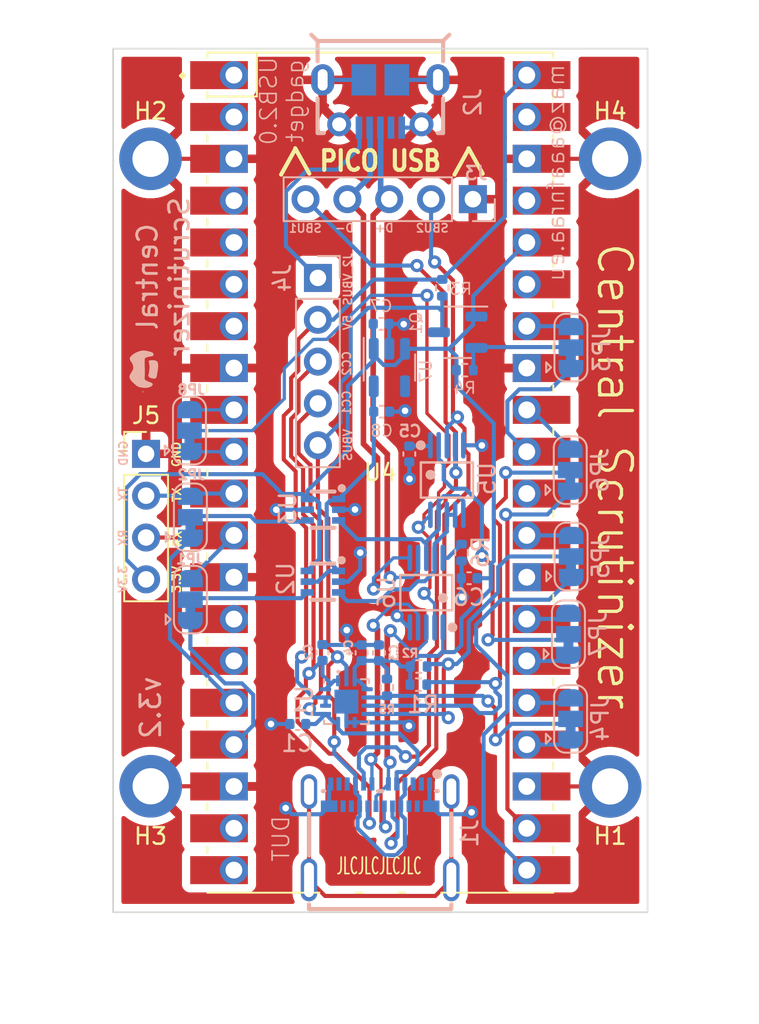
<source format=kicad_pcb>
(kicad_pcb (version 20211014) (generator pcbnew)

  (general
    (thickness 1.6)
  )

  (paper "A4")
  (layers
    (0 "F.Cu" signal)
    (31 "B.Cu" signal)
    (32 "B.Adhes" user "B.Adhesive")
    (33 "F.Adhes" user "F.Adhesive")
    (34 "B.Paste" user)
    (35 "F.Paste" user)
    (36 "B.SilkS" user "B.Silkscreen")
    (37 "F.SilkS" user "F.Silkscreen")
    (38 "B.Mask" user)
    (39 "F.Mask" user)
    (40 "Dwgs.User" user "User.Drawings")
    (41 "Cmts.User" user "User.Comments")
    (42 "Eco1.User" user "User.Eco1")
    (43 "Eco2.User" user "User.Eco2")
    (44 "Edge.Cuts" user)
    (45 "Margin" user)
    (46 "B.CrtYd" user "B.Courtyard")
    (47 "F.CrtYd" user "F.Courtyard")
    (48 "B.Fab" user)
    (49 "F.Fab" user)
    (50 "User.1" user)
    (51 "User.2" user)
    (52 "User.3" user)
    (53 "User.4" user)
    (54 "User.5" user)
    (55 "User.6" user)
    (56 "User.7" user)
    (57 "User.8" user)
    (58 "User.9" user)
  )

  (setup
    (stackup
      (layer "F.SilkS" (type "Top Silk Screen"))
      (layer "F.Paste" (type "Top Solder Paste"))
      (layer "F.Mask" (type "Top Solder Mask") (thickness 0.01))
      (layer "F.Cu" (type "copper") (thickness 0.035))
      (layer "dielectric 1" (type "core") (thickness 1.51) (material "FR4") (epsilon_r 4.5) (loss_tangent 0.02))
      (layer "B.Cu" (type "copper") (thickness 0.035))
      (layer "B.Mask" (type "Bottom Solder Mask") (thickness 0.01))
      (layer "B.Paste" (type "Bottom Solder Paste"))
      (layer "B.SilkS" (type "Bottom Silk Screen"))
      (copper_finish "None")
      (dielectric_constraints no)
    )
    (pad_to_mask_clearance 0)
    (pcbplotparams
      (layerselection 0x00010fc_ffffffff)
      (disableapertmacros false)
      (usegerberextensions false)
      (usegerberattributes true)
      (usegerberadvancedattributes true)
      (creategerberjobfile true)
      (svguseinch false)
      (svgprecision 6)
      (excludeedgelayer true)
      (plotframeref false)
      (viasonmask false)
      (mode 1)
      (useauxorigin false)
      (hpglpennumber 1)
      (hpglpenspeed 20)
      (hpglpendiameter 15.000000)
      (dxfpolygonmode true)
      (dxfimperialunits true)
      (dxfusepcbnewfont true)
      (psnegative false)
      (psa4output false)
      (plotreference true)
      (plotvalue true)
      (plotinvisibletext false)
      (sketchpadsonfab false)
      (subtractmaskfromsilk false)
      (outputformat 1)
      (mirror false)
      (drillshape 1)
      (scaleselection 1)
      (outputdirectory "")
    )
  )

  (net 0 "")
  (net 1 "GND")
  (net 2 "VBUS_5V")
  (net 3 "CC1")
  (net 4 "USB_D+")
  (net 5 "USB_D-")
  (net 6 "UART_TX")
  (net 7 "UART_RX")
  (net 8 "3.3V")
  (net 9 "VBUS_3.3V")
  (net 10 "I2C_SCL")
  (net 11 "5V")
  (net 12 "1.2V")
  (net 13 "CC2")
  (net 14 "I2C_SDA")
  (net 15 "HV_UART_RX")
  (net 16 "HV_UART_TX")
  (net 17 "unconnected-(U4-Pad1)")
  (net 18 "unconnected-(U4-Pad2)")
  (net 19 "unconnected-(U4-Pad4)")
  (net 20 "unconnected-(U4-Pad5)")
  (net 21 "unconnected-(U4-Pad6)")
  (net 22 "unconnected-(U4-Pad7)")
  (net 23 "ALT_HV_UART_TX")
  (net 24 "ALT_HV_UART_RX")
  (net 25 "unconnected-(U4-Pad14)")
  (net 26 "unconnected-(U4-Pad15)")
  (net 27 "unconnected-(U4-Pad19)")
  (net 28 "unconnected-(U4-Pad20)")
  (net 29 "ALT_INT_GPIO")
  (net 30 "SBU1")
  (net 31 "SBU2")
  (net 32 "ALT_I2C_SDA")
  (net 33 "unconnected-(U4-Pad30)")
  (net 34 "ALT_I2C_SCL")
  (net 35 "unconnected-(U4-Pad35)")
  (net 36 "unconnected-(U4-Pad37)")
  (net 37 "unconnected-(J2-Pad4)")
  (net 38 "INT_GPIO")
  (net 39 "SEL_HV_UART_RX")
  (net 40 "SEL_HV_UART_TX")
  (net 41 "SEL_VBUS_3.3V")
  (net 42 "ALT_VBUS_3.3V")
  (net 43 "GPIO_SBU")
  (net 44 "SEL_SBU")
  (net 45 "SEL_I2C_SCL")
  (net 46 "ALT_GPIO_SBU")
  (net 47 "SEL_INT_GPIO")
  (net 48 "SEL_I2C_SDA")
  (net 49 "C_USB_D+")
  (net 50 "C_USB_D-")
  (net 51 "GPIO_USB")
  (net 52 "SEL_USB")
  (net 53 "ALT_GPIO_USB")
  (net 54 "VSYS")
  (net 55 "ALT_5V")
  (net 56 "Net-(C5-Pad2)")
  (net 57 "Net-(R6-Pad1)")
  (net 58 "unconnected-(U7-Pad4)")
  (net 59 "unconnected-(J1-PadA2)")
  (net 60 "unconnected-(J1-PadA3)")
  (net 61 "unconnected-(J1-PadA10)")
  (net 62 "unconnected-(J1-PadA11)")
  (net 63 "unconnected-(J1-PadB11)")
  (net 64 "unconnected-(J1-PadB10)")
  (net 65 "unconnected-(J1-PadB3)")
  (net 66 "unconnected-(J1-PadB2)")
  (net 67 "Net-(J1-Pad0)")

  (footprint "MountingHole:MountingHole_2.2mm_M2_DIN965_Pad_TopBottom" (layer "F.Cu") (at 94.93 68.78))

  (footprint "MCU_RaspberryPi_and_Boards:RPi_Pico_SMD_Version_H" (layer "F.Cu") (at 108.87 49.74))

  (footprint "MountingHole:MountingHole_2.2mm_M2_DIN965_Pad_TopBottom" (layer "F.Cu") (at 122.82 68.79))

  (footprint "MountingHole:MountingHole_2.2mm_M2_DIN965_Pad_TopBottom" (layer "F.Cu") (at 122.82 30.69))

  (footprint "kikit:Tab" (layer "F.Cu") (at 97.17 76.86 90))

  (footprint "Connector_PinHeader_2.54mm:PinHeader_1x04_P2.54mm_Vertical" (layer "F.Cu") (at 94.65 48.6))

  (footprint "kikit:Tab" (layer "F.Cu") (at 122.09 76.7 90))

  (footprint "MountingHole:MountingHole_2.2mm_M2_DIN965_Pad_TopBottom" (layer "F.Cu") (at 94.92 30.69))

  (footprint "kikit:Tab" (layer "F.Cu") (at 125.5 36.57 180))

  (footprint "kikit:Tab" (layer "F.Cu") (at 92.13 63.21))

  (footprint "kikit:Tab" (layer "F.Cu") (at 125.53 63.2 180))

  (footprint "kikit:Tab" (layer "F.Cu") (at 92.18 36.57))

  (footprint "easycad2kicad:MSOP-10_L3.0-W3.0-P0.50-LS5.0-BL" (layer "B.Cu") (at 112.91 50.19))

  (footprint "Package_TO_SOT_SMD:SOT-23-3" (layer "B.Cu") (at 113.57 41.22 180))

  (footprint "Resistor_SMD:R_0402_1005Metric" (layer "B.Cu") (at 113.8 54.59 -90))

  (footprint "Capacitor_SMD:C_0402_1005Metric" (layer "B.Cu") (at 114.26 56.15))

  (footprint "easycad2kicad:MICRO-USB-SMD_1050171001" (layer "B.Cu") (at 108.87 27.3475))

  (footprint "Capacitor_SMD:C_0402_1005Metric" (layer "B.Cu") (at 108.92 40.71))

  (footprint "Jumper:SolderJumper-3_P1.3mm_Bridged12_RoundedPad1.0x1.5mm" (layer "B.Cu") (at 97.34 52.45 90))

  (footprint "Jumper:SolderJumper-3_P1.3mm_Bridged12_RoundedPad1.0x1.5mm" (layer "B.Cu") (at 120.29 59.55 90))

  (footprint "easycad2kicad:MSOP-10_L3.0-W3.0-P0.50-LS5.0-BL" (layer "B.Cu") (at 111.6625 57.025 180))

  (footprint "Capacitor_SMD:C_0402_1005Metric" (layer "B.Cu") (at 108.95 46.04))

  (footprint "easycad2kicad:USB-C-SMD_TYPE-C-USB-18" (layer "B.Cu") (at 108.86 71.5525 180))

  (footprint "Jumper:SolderJumper-3_P1.3mm_Bridged12_RoundedPad1.0x1.5mm" (layer "B.Cu") (at 120.42 64.69 90))

  (footprint "Jumper:SolderJumper-3_P1.3mm_Bridged12_RoundedPad1.0x1.5mm" (layer "B.Cu") (at 120.45 54.83 90))

  (footprint "Capacitor_SMD:C_0402_1005Metric" (layer "B.Cu") (at 110.63 48.61 90))

  (footprint "Capacitor_SMD:C_0402_1005Metric" (layer "B.Cu") (at 105.36 60.66 90))

  (footprint "LOGO" (layer "B.Cu") (at 94.488 43.434 -90))

  (footprint "easycad2kicad:SC-88-6_L2.0-W1.3-P0.65-LS2.1-BL" (layer "B.Cu") (at 105.38 56.36 -90))

  (footprint "Capacitor_SMD:C_0402_1005Metric" (layer "B.Cu") (at 103.86 65 180))

  (footprint "Jumper:SolderJumper-3_P1.3mm_Bridged12_RoundedPad1.0x1.5mm" (layer "B.Cu") (at 120.4 49.59 90))

  (footprint "Resistor_SMD:R_0402_1005Metric" (layer "B.Cu") (at 112.63 38.52 -90))

  (footprint "Capacitor_SMD:C_0402_1005Metric" (layer "B.Cu") (at 108.79 60.68 90))

  (footprint "Connector_PinHeader_2.54mm:PinHeader_1x05_P2.54mm_Vertical" (layer "B.Cu") (at 105.08 37.92 180))

  (footprint "Package_TO_SOT_SMD:SOT-23-5" (layer "B.Cu") (at 109.42 43.36 -90))

  (footprint "easycad2kicad:SC-88-6_L2.0-W1.3-P0.65-LS2.1-BL" (layer "B.Cu") (at 105.39 51.99 -90))

  (footprint "Jumper:SolderJumper-3_P1.3mm_Bridged12_RoundedPad1.0x1.5mm" (layer "B.Cu") (at 120.44 42.15 90))

  (footprint "Connector_PinHeader_2.54mm:PinHeader_1x05_P2.54mm_Vertical" (layer "B.Cu") (at 114.49 33.14 90))

  (footprint "Resistor_SMD:R_0402_1005Metric" (layer "B.Cu") (at 111.2 61.51 180))

  (footprint "Jumper:SolderJumper-3_P1.3mm_Bridged12_RoundedPad1.0x1.5mm" (layer "B.Cu") (at 97.34 57.45 90))

  (footprint "Capacitor_SMD:C_0402_1005Metric" (layer "B.Cu") (at 107.73 60.68 90))

  (footprint "Jumper:SolderJumper-3_P1.3mm_Bridged12_RoundedPad1.0x1.5mm" (layer "B.Cu") (at 97.2825 47.19 90))

  (footprint "Resistor_SMD:R_0402_1005Metric" (layer "B.Cu") (at 114 43.52))

  (footprint "Resistor_SMD:R_0402_1005Metric" (layer "B.Cu") (at 111.18 62.61 180))

  (footprint "Package_DFN_QFN:WQFN-14-1EP_2.5x2.5mm_P0.5mm_EP1.45x1.45mm" (layer "B.Cu")
    (tedit 5DC5F6A8) (tstamp f504d2b6-af55-409c-843d-6ffb32685ebb)
    (at 106.81 63.64 -90)
    (descr "WQFN, 14 Pin (https://www.onsemi.com/pub/Collateral/FUSB302B-D.PDF#page=32), generated with kicad-footprint-generator ipc_noLead_generator.py")
    (tags "WQFN NoLead")
    (property "JLCPCB Rotation Offset" "-90")
    (property "LCSC" "C132291")
    (property "MPN" "FUSB302BMPX")
    (property "Sheetfile" "m1-ubmc.kicad_sch")
    (property "Sheetname" "")
    (path "/00000000-0000-0000-0000-000062ee330e")
    (attr smd)
    (fp_text reference "U1" (at 0 2.55 90) (layer "B.SilkS")
      (effects (font (size 1 1) (thickness 0.15)) (justify mirror))
      (tstamp 3176cec7-1b1f-4b6e-9245-159f3b130589)
    )
    (fp_text value "FUSB302BMPX" (at 0 -2.55 90) (layer "B.Fab") hide
      (effects (font (size 1 1) (thickness 0.15)) (justify mirror))
      (tstamp e976ce2e-61b2-44df-a6d4-0a21809411ea)
    )
    (fp_text user "${REFERENCE}" (at 0 0 90) (layer "B.Fab") hide
      (effects (font (size 0.62 0.62) (thickness 0.09)) (justify mirror))
      (tstamp cf4b2684-dfc2-4963-b7a2-c9c788ff2835)
    )
    (fp_line (start 1.36 1.36) (end 1.36 0.885) (layer "B.SilkS") (width 0.12) (tstamp 33b097b4-cf59-474a-aec3-a9ba1286ed2a))
    (fp_line (start -1.135 1.36) (end -1.36 1.36) (layer "B.SilkS") (width 0.12) (tstamp 36af062a-9a30-4f1e-8c81-9387f5173c5e))
    (fp_line (start 1.135 1.36) (end 1.36 1.36) (layer "B.SilkS") (width 0.12) (tstamp 59d3b81c-1b88-4d89-a3a6-ad03c247a44a))
    (fp_line (start -1.36 -1.36) (end -1.36 -0.885) (layer "B.SilkS") (width 0.12) (tstamp 786335ce-c5b9-47b0-8c9f-30e6fa186ba3))
    (fp_line (start -1.135 -1.36) (end -1.36 -1.36) (layer "B.SilkS") (width 0.12) (tstamp 8fe6231a-d04e-433d-b2b8-f1622b9617ab))
    (fp_line (start 1.36 -1.36) (end 1.36 -0.885) (layer "B.SilkS") (width 0.12) (tstamp b333d686-4978-4499-aad6-8551f95fa565))
    (fp_line (start 1.135 -1.36) (end 1.36 -1.36) (layer "B.SilkS") (width 0.12) (tstamp dbe577f0-14b7-49b1-97d5-1a35e0569ef8))
    (fp_line (start -1.85 1.85) (end -1.85 -1.85) (layer "B.CrtYd") (width 0.05) (tstamp 769e1cf8-5546-4ced-b29c-4da04255ff8d))
    (fp_line (start 1.85 -1.85) (end 1.85 1.85) (layer "B.CrtYd") (width 0.05) (tstamp 950af298-3e9e-4442-b1c3-55633872df68))
    (fp_line (start -1.85 -1.85) (end 1.85 -1.85) (layer "B.CrtYd") (width 0.05) (tstamp ace997c9-acce-4daf-8c72-0ce4e72692e1))
    (fp_line (start 1.85 1.85) (end -1.85 1.85) (layer "B.CrtYd") (width 0.05) (tstamp c0969873-20f8-4dc7-8768-0783a2b6a113))
    (fp_line (start -1.25 0.625) (end -0.625 1.25) (layer "B.Fab") (width 0.1) (tstamp 1819e1ff-4bef-47d6-bddb-3d4cf9f25170))
    (fp_line (start 1.25 1.25) (end 1.25 -1.25) (layer "B.Fab") (width 0.1) (tstamp 2852daa0-3430-45ae-a253-0efe3ba862a8))
    (fp_line (start -0.625 1.25) (end 1.25 1.25) (layer "B.Fab") (width 0.1) (tstamp 9ca5b96f-9da5-48b7-95fe-530c6d5f89bd))
    (fp_line (start 1.25 -1.25) (end -1.25 -1.25) (layer "B.Fab") (width 0.1) (tstamp bb48e7b9-9e83-4f1d-a679-f86f624d97b1))
    (fp_line (start -1.25 -1.25) (end -1.25 0.625) (layer "B.Fab") (width 0.1) (tstamp c1aa7e3c-1b09-42e0-8fc8-e769ed0fff00))
    (pad "" smd roundrect (at -0.36 0.36 270) (size 0.58 0.58) (layers "B.Paste") (roundrect_rratio 0.25) (tstamp 63c3da70-4ddf-4f93-840d-ba6e5adc36aa))
    (pad "" smd roundrect (at -0.36 -0.36 270) (size 0.58 0.58) (layers "B.Paste") (roundrect_rratio 0.25) (tstamp 7ffe6e7b-6266-4a77-a0d0-0ce38494ea87))
    (pad "" smd roundrect (at 0.36 0.36 270) (size 0.58 0.58) (layers "B.Paste") (roundrect_rratio 0.25) (tstamp 9d39b9b1-cca9-474f-9f9d-4020a6cd378f))
    (pad "" smd roundrect (at 0.36 -0.36 270) (size 0.58 0.58) (layers "B.Paste") (roundrect_rratio 0.25) (tstamp cef268f9-481d-408f-913b-88cc0e45e35b))
    (pad "1" smd roundrect (at -1.2625 0.5 270) (size 0.675 0.25) (layers "B.Cu" "B.Paste" "B.Mask") (roundrect_rratio 0.25)
      (net 13 "CC2") (pinfunction "CC2") (pintype "bidirectional+no_connect") (tstamp 27e7aba6-a932-49c6-8540-1df763447dd9))
    (pad "2" smd roundrect (at -1.2625 0 270) (size 0.675 0.25) (layers "B.Cu" "B.Paste" "B.Mask") (roundrect_rratio 0.25)
      (net 2 "VBUS_5V") (pinfunction "VBUS") (pintype "input") (tstamp 2dadac8a-0dd4-426a-879c-57b5fe512f77))
    (pad "3" smd roundrect (at -1.2625 -0.5 270) (size 0.675 0.25) (layers "B.Cu" "B.Paste" "B.Mask") (roundrect_rratio 0.25)
      (net 8 "3.3V") (pinfunction "VDD") (pintype "power_in") (tstamp 54821cd5-360b-4ea2-852f-e401c150be6c))
    (pad "4" smd roundrect (at -0.75 -1.2625 270) (size 0.25 0.675) (layers "B.Cu" "B.Paste" "B.Mask") (roundrect_rratio 0.25)
      (net 8 "3.3V") (pinfunction "VDD") (pintype "passive") (tstamp 541c9f6e-895b-48b2-8c79-066e1e26d0b1))
    (pad "5" smd roundrect (at -0.25 -1.2625 270) (size 0.25 0.675) (layers "B.Cu" "B.Paste" "B.Mask") (roundrect_rratio 0.25)
      (net 47 "SEL_INT_GPIO") (pinfunction "INT_N") (pintype "open_collector") (tstamp 9214b80d-2643-4400-b293-5dbd09ea337c))
    (pad "6" smd roundrect (at 0.25 -1.2625 270) (size 0.25 0.675) (layers "B.Cu" "B.Paste" "B.Mask") (roundrect_rratio 0.25)
      (net 45 "SEL_I2C_SCL") (pinfunction "SCL") (pintype "input") (tstamp 98957870-2d6f-4fc2-ae38-32804ff67324))
    (pad "7" smd roundrect (at 0.75 -1.2625 270) (size 0.25 0.675) (layers "B.Cu" "B.Paste" "B.Mask") (roundrect_rratio 0.25)
      (net 48 "SEL_I2C_SDA") (pinfunction "SDA") (pintype "bidirectional") (tstamp 36c9a816-76ac-4643-8bed-7dd74b8e9f78))
    (pad "8" smd roundrect (at 1.2625 -0.5 270) (size 0.675 0.25) (layers "B.Cu" "B.Paste" "B.Mask") (roundrect_rratio 0.25)
  
... [1052652 chars truncated]
</source>
